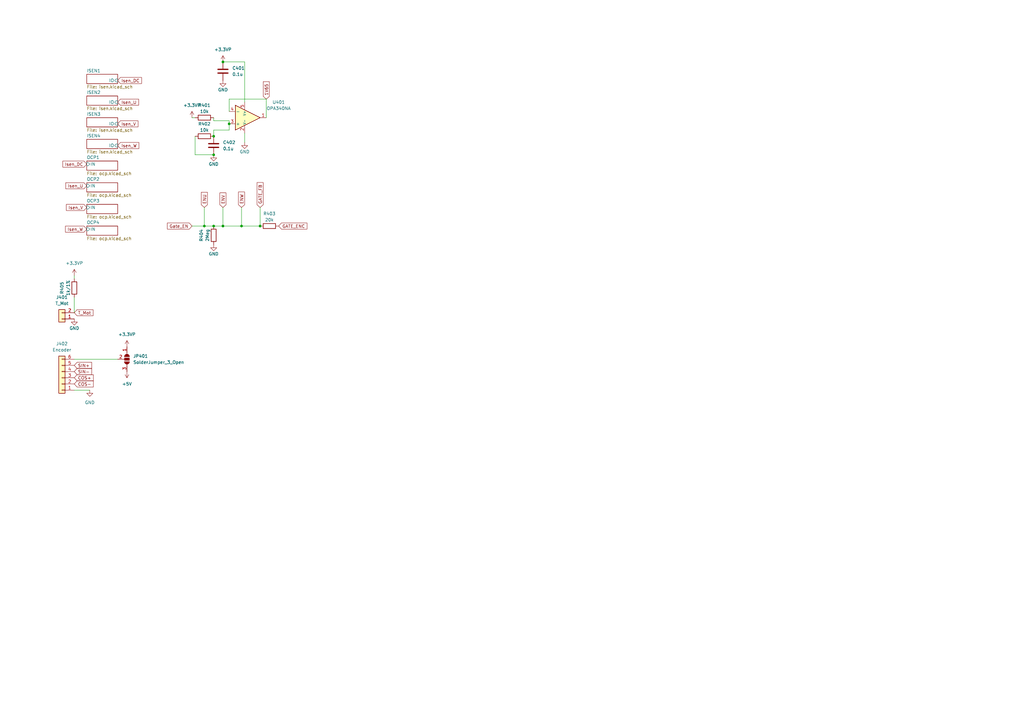
<source format=kicad_sch>
(kicad_sch (version 20231120) (generator "eeschema") (generator_version "8.0")
  (paper "A3")
  (lib_symbols
    (symbol "Connector_Generic:Conn_01x02" (pin_names (offset 1.016) hide)
      (property "Reference" "J" (at 0 2.54 0))
      (property "Value" "Conn_01x02" (at 0 -5.08 0))
      (symbol "Conn_01x02_1_1"
        (rectangle (start -1.27 -2.413) (end 0 -2.667) (stroke (width 0.1524)))
        (rectangle (start -1.27 0.127) (end 0 -0.127) (stroke (width 0.1524)))
        (rectangle (start -1.27 1.27) (end 1.27 -3.81) (stroke (width 0.254)) (fill (type background)))
        (pin passive line (at -5.08 0 0) (length 3.81) (name "Pin_1") (number "1"))
        (pin passive line (at -5.08 -2.54 0) (length 3.81) (name "Pin_2") (number "2"))
      )
    )
    (symbol "Connector_Generic:Conn_01x06" (pin_names (offset 1.016) hide)
      (property "Reference" "J" (at 0 7.62 0))
      (property "Value" "Conn_01x06" (at 0 -10.16 0))
      (symbol "Conn_01x06_1_1"
        (rectangle (start -1.27 -7.493) (end 0 -7.747) (stroke (width 0.1524)))
        (rectangle (start -1.27 -4.953) (end 0 -5.207) (stroke (width 0.1524)))
        (rectangle (start -1.27 -2.413) (end 0 -2.667) (stroke (width 0.1524)))
        (rectangle (start -1.27 0.127) (end 0 -0.127) (stroke (width 0.1524)))
        (rectangle (start -1.27 2.667) (end 0 2.413) (stroke (width 0.1524)))
        (rectangle (start -1.27 5.207) (end 0 4.953) (stroke (width 0.1524)))
        (rectangle (start -1.27 6.35) (end 1.27 -8.89) (stroke (width 0.254)) (fill (type background)))
        (pin passive line (at -5.08 5.08 0) (length 3.81) (name "Pin_1") (number "1"))
        (pin passive line (at -5.08 2.54 0) (length 3.81) (name "Pin_2") (number "2"))
        (pin passive line (at -5.08 0 0) (length 3.81) (name "Pin_3") (number "3"))
        (pin passive line (at -5.08 -2.54 0) (length 3.81) (name "Pin_4") (number "4"))
        (pin passive line (at -5.08 -5.08 0) (length 3.81) (name "Pin_5") (number "5"))
        (pin passive line (at -5.08 -7.62 0) (length 3.81) (name "Pin_6") (number "6"))
      )
    )
    (symbol "Device:C" (pin_numbers hide) (pin_names (offset 0.254))
      (property "Reference" "C" (at 0.635 2.54 0))
      (property "Value" "C" (at 0.635 -2.54 0))
      (symbol "C_0_1"
        (polyline (pts (xy -2.032 -0.762) (xy 2.032 -0.762)) (stroke (width 0.508)))
        (polyline (pts (xy -2.032 0.762) (xy 2.032 0.762)) (stroke (width 0.508)))
      )
      (symbol "C_1_1"
        (pin passive line (at 0 3.81 270) (length 2.794) (name "~") (number "1"))
        (pin passive line (at 0 -3.81 90) (length 2.794) (name "~") (number "2"))
      )
    )
    (symbol "Device:R" (pin_numbers hide) (pin_names (offset 0))
      (property "Reference" "R" (at 2.032 0 90))
      (property "Value" "R" (at 0 0 90))
      (symbol "R_0_1"
        (rectangle (start -1.016 -2.54) (end 1.016 2.54) (stroke (width 0.254)))
      )
      (symbol "R_1_1"
        (pin passive line (at 0 3.81 270) (length 1.27) (name "~") (number "1"))
        (pin passive line (at 0 -3.81 90) (length 1.27) (name "~") (number "2"))
      )
    )
    (symbol "Jumper:SolderJumper_3_Open" (pin_names (offset 0) hide) (exclude_from_sim yes) (in_bom no)
      (property "Reference" "JP" (at -2.54 -2.54 0))
      (property "Value" "SolderJumper_3_Open" (at 0 2.794 0))
      (symbol "SolderJumper_3_Open_0_1"
        (arc (start -1.016 1.016) (mid -2.0276 0) (end -1.016 -1.016))
        (arc (start -1.016 1.016) (mid -2.0276 0) (end -1.016 -1.016) (fill (type outline)))
        (rectangle (start -0.508 1.016) (end 0.508 -1.016) (fill (type outline)))
        (polyline (pts (xy -2.54 0) (xy -2.032 0)))
        (polyline (pts (xy -1.016 1.016) (xy -1.016 -1.016)))
        (polyline (pts (xy 0 -1.27) (xy 0 -1.016)))
        (polyline (pts (xy 1.016 1.016) (xy 1.016 -1.016)))
        (polyline (pts (xy 2.54 0) (xy 2.032 0)))
        (arc (start 1.016 -1.016) (mid 2.0276 0) (end 1.016 1.016))
        (arc (start 1.016 -1.016) (mid 2.0276 0) (end 1.016 1.016) (fill (type outline)))
      )
      (symbol "SolderJumper_3_Open_1_1"
        (pin passive line (at -5.08 0 0) (length 2.54) (name "A") (number "1"))
        (pin passive line (at 0 -3.81 90) (length 2.54) (name "C") (number "2"))
        (pin passive line (at 5.08 0 180) (length 2.54) (name "B") (number "3"))
      )
    )
    (symbol "PCM_Amplifier_Operational_AKL:OPA340NA" (pin_names (offset 0.2))
      (property "Reference" "U" (at 2.54 7.62 0))
      (property "Value" "OPA340NA" (at 2.54 5.08 0))
      (symbol "OPA340NA_0_1"
        (polyline (pts (xy -5.08 5.08) (xy -5.08 -5.08) (xy 5.08 0) (xy -5.08 5.08)) (stroke (width 0.254)) (fill (type background)))
      )
      (symbol "OPA340NA_1_1"
        (pin output line (at 7.62 0 180) (length 2.54) (name "~") (number "1"))
        (pin power_in line (at -1.27 -6.35 90) (length 3.18) (name "V-") (number "2"))
        (pin input line (at -7.62 -2.54 0) (length 2.54) (name "+") (number "3"))
        (pin input line (at -7.62 2.54 0) (length 2.54) (name "-") (number "4"))
        (pin power_in line (at -1.27 6.35 270) (length 3.18) (name "V+") (number "5"))
      )
    )
    (symbol "power:+3.3VP" (power) (pin_names (offset 0))
      (property "Value" "+3.3VP" (at 0 2.54 0))
      (symbol "+3.3VP_0_0"
        (pin power_in line (at 0 0 90) (length 0) hide (name "+3.3VP") (number "1"))
      )
      (symbol "+3.3VP_0_1"
        (polyline (pts (xy -0.762 1.27) (xy 0 2.54)))
        (polyline (pts (xy 0 0) (xy 0 2.54)))
        (polyline (pts (xy 0 2.54) (xy 0.762 1.27)))
      )
    )
    (symbol "power:+5V" (power) (pin_names (offset 0))
      (property "Value" "+5V" (at 0 3.556 0))
      (symbol "+5V_0_1"
        (polyline (pts (xy -0.762 1.27) (xy 0 2.54)))
        (polyline (pts (xy 0 0) (xy 0 2.54)))
        (polyline (pts (xy 0 2.54) (xy 0.762 1.27)))
      )
      (symbol "+5V_1_1"
        (pin power_in line (at 0 0 90) (length 0) hide (name "+5V") (number "1"))
      )
    )
    (symbol "power:GND" (power) (pin_names (offset 0))
      (property "Value" "GND" (at 0 -3.81 0))
      (symbol "GND_0_1"
        (polyline (pts (xy 0 0) (xy 0 -1.27) (xy 1.27 -1.27) (xy 0 -2.54) (xy -1.27 -1.27) (xy 0 -1.27)))
      )
      (symbol "GND_1_1"
        (pin power_in line (at 0 0 270) (length 0) hide (name "GND") (number "1"))
      )
    )
  )
  (junction (at 87.63 92.71))
  (junction (at 106.68 92.71))
  (junction (at 87.63 55.88))
  (junction (at 91.44 92.71))
  (junction (at 83.82 92.71))
  (junction (at 87.63 63.5))
  (junction (at 93.98 50.8))
  (junction (at 99.06 92.71))
  (junction (at 91.44 25.4))
  (wire (pts (xy 30.48 147.32) (xy 48.26 147.32)))
  (wire (pts (xy 78.74 92.71) (xy 83.82 92.71)))
  (wire (pts (xy 93.98 40.64) (xy 109.22 40.64)))
  (wire (pts (xy 30.48 160.02) (xy 36.83 160.02)))
  (wire (pts (xy 30.48 113.03) (xy 30.48 114.3)))
  (wire (pts (xy 100.33 25.4) (xy 100.33 41.91)))
  (wire (pts (xy 87.63 53.34) (xy 87.63 55.88)))
  (wire (pts (xy 93.98 49.53) (xy 93.98 50.8)))
  (wire (pts (xy 91.44 85.09) (xy 91.44 92.71)))
  (wire (pts (xy 91.44 25.4) (xy 100.33 25.4)))
  (wire (pts (xy 99.06 92.71) (xy 106.68 92.71)))
  (wire (pts (xy 78.74 48.26) (xy 80.01 48.26)))
  (wire (pts (xy 87.63 49.53) (xy 93.98 49.53)))
  (wire (pts (xy 80.01 55.88) (xy 80.01 63.5)))
  (wire (pts (xy 93.98 40.64) (xy 93.98 45.72)))
  (wire (pts (xy 87.63 53.34) (xy 93.98 53.34)))
  (wire (pts (xy 83.82 85.09) (xy 83.82 92.71)))
  (wire (pts (xy 87.63 92.71) (xy 91.44 92.71)))
  (wire (pts (xy 99.06 85.09) (xy 99.06 92.71)))
  (wire (pts (xy 93.98 53.34) (xy 93.98 50.8)))
  (wire (pts (xy 91.44 92.71) (xy 99.06 92.71)))
  (wire (pts (xy 30.48 121.92) (xy 30.48 128.27)))
  (wire (pts (xy 83.82 92.71) (xy 87.63 92.71)))
  (wire (pts (xy 109.22 40.64) (xy 109.22 48.26)))
  (wire (pts (xy 80.01 63.5) (xy 87.63 63.5)))
  (wire (pts (xy 100.33 54.61) (xy 100.33 58.42)))
  (wire (pts (xy 106.68 85.09) (xy 106.68 92.71)))
  (wire (pts (xy 87.63 48.26) (xy 87.63 49.53)))
  (global_label "GATE_ENC" (shape input) (at 114.3 92.71 0) (property "Intersheetrefs" "${INTERSHEET_REFS}" (effects (hide yes))))
  (global_label "SIN+" (shape input) (at 30.48 149.86 0) (property "Intersheetrefs" "${INTERSHEET_REFS}" (effects (hide yes))))
  (global_label "SIN-" (shape input) (at 30.48 152.4 0) (property "Intersheetrefs" "${INTERSHEET_REFS}" (effects (hide yes))))
  (global_label "Isen_V" (shape input) (at 48.26 50.8 0) (property "Intersheetrefs" "${INTERSHEET_REFS}" (effects (hide yes))))
  (global_label "COS-" (shape input) (at 30.48 157.48 0) (property "Intersheetrefs" "${INTERSHEET_REFS}" (effects (hide yes))))
  (global_label "Isen_W" (shape input) (at 48.26 59.69 0) (property "Intersheetrefs" "${INTERSHEET_REFS}" (effects (hide yes))))
  (global_label "ENW" (shape input) (at 99.06 85.09 90) (property "Intersheetrefs" "${INTERSHEET_REFS}" (effects (hide yes))))
  (global_label "ENU" (shape input) (at 83.82 85.09 90) (property "Intersheetrefs" "${INTERSHEET_REFS}" (effects (hide yes))))
  (global_label "ENV" (shape input) (at 91.44 85.09 90) (property "Intersheetrefs" "${INTERSHEET_REFS}" (effects (hide yes))))
  (global_label "GATE_FB" (shape input) (at 106.68 85.09 90) (property "Intersheetrefs" "${INTERSHEET_REFS}" (effects (hide yes))))
  (global_label "Isen_U" (shape input) (at 48.26 41.91 0) (property "Intersheetrefs" "${INTERSHEET_REFS}" (effects (hide yes))))
  (global_label "Isen_DC" (shape input) (at 48.26 33.02 0) (property "Intersheetrefs" "${INTERSHEET_REFS}" (effects (hide yes))))
  (global_label "COS+" (shape input) (at 30.48 154.94 0) (property "Intersheetrefs" "${INTERSHEET_REFS}" (effects (hide yes))))
  (global_label "Isen_W" (shape input) (at 35.56 93.98 180) (property "Intersheetrefs" "${INTERSHEET_REFS}" (effects (hide yes))))
  (global_label "T_Mot" (shape input) (at 30.48 128.27 0) (property "Intersheetrefs" "${INTERSHEET_REFS}" (effects (hide yes))))
  (global_label "Isen_DC" (shape input) (at 35.56 67.31 180) (property "Intersheetrefs" "${INTERSHEET_REFS}" (effects (hide yes))))
  (global_label "1V65" (shape input) (at 109.22 40.64 90) (property "Intersheetrefs" "${INTERSHEET_REFS}" (effects (hide yes))))
  (global_label "Isen_U" (shape input) (at 35.56 76.2 180) (property "Intersheetrefs" "${INTERSHEET_REFS}" (effects (hide yes))))
  (global_label "Gate_EN" (shape input) (at 78.74 92.71 180) (property "Intersheetrefs" "${INTERSHEET_REFS}" (effects (hide yes))))
  (global_label "Isen_V" (shape input) (at 35.56 85.09 180) (property "Intersheetrefs" "${INTERSHEET_REFS}" (effects (hide yes))))
  (symbol (lib_id "Device:R") (at 110.49 92.71 90) (unit 1)
    (property "Reference" "R403" (at 110.49 87.63 90))
    (property "Value" "20k" (at 110.49 90.17 90))
    (property "Footprint" "Resistor_SMD:R_0603_1608Metric" (effects (hide yes)))
    (property "Description" "Resistor" (effects (hide yes)))
  )
  (symbol (lib_id "Device:R") (at 87.63 96.52 180) (unit 1)
    (property "Reference" "R404" (at 82.55 96.52 90))
    (property "Value" "2Meg" (at 85.09 96.52 90))
    (property "Footprint" "Resistor_SMD:R_0603_1608Metric" (effects (hide yes)))
    (property "Description" "Resistor" (effects (hide yes)))
  )
  (symbol (lib_id "power:+3.3VP") (at 52.07 142.24 0) (unit 1)
    (property "Reference" "#PWR07" (effects (hide yes)))
    (property "Value" "+3.3VP" (at 52.07 137.16 0))
    (property "Description" "Power symbol creates a global label with name \"+3.3VP\"" (effects (hide yes)))
  )
  (symbol (lib_id "power:GND") (at 87.63 100.33 0) (unit 1)
    (property "Reference" "#PWR0586" (effects (hide yes)))
    (property "Value" "GND" (at 87.63 104.14 0))
    (property "Description" "Power symbol creates a global label with name \"GND\" , ground" (effects (hide yes)))
  )
  (symbol (lib_id "power:GND") (at 36.83 160.02 0) (unit 1)
    (property "Reference" "#PWR0508" (effects (hide yes)))
    (property "Value" "GND" (at 36.83 165.1 0))
    (property "Description" "Power symbol creates a global label with name \"GND\" , ground" (effects (hide yes)))
  )
  (symbol (lib_id "Device:R") (at 30.48 118.11 180) (unit 1)
    (property "Reference" "R405" (at 25.4 118.11 90))
    (property "Value" "1k/1%" (at 27.94 118.11 90))
    (property "Footprint" "Resistor_SMD:R_0603_1608Metric" (effects (hide yes)))
    (property "Description" "Resistor" (effects (hide yes)))
  )
  (symbol (lib_id "PCM_Amplifier_Operational_AKL:OPA340NA") (at 101.6 48.26 0) (unit 1)
    (property "Reference" "U401" (at 114.3 41.91 0))
    (property "Value" "OPA340NA" (at 114.3 44.45 0))
    (property "Footprint" "Package_TO_SOT_SMD:SOT-23-5" (effects (hide yes)))
    (property "Datasheet" "https://www.ti.com/lit/ds/symlink/opa2340.pdf?ts=1635059912826&ref_url=https%253A%252F%252Fwww.google.com%252F" (effects (hide yes)))
    (property "Description" "SOT-23-5 CMOS RRIO Operational Amplifier, 500μV Offset, 2.5μV/°C Drift, 5.5MHz GBW, Alternate KiCAD Library" (effects (hide yes)))
  )
  (symbol (lib_id "Device:C") (at 87.63 59.69 180) (unit 1)
    (property "Reference" "C402" (at 91.44 58.4199 0) (effects (justify right)))
    (property "Value" "0.1u" (at 91.44 60.9599 0) (effects (justify right)))
    (property "Footprint" "Capacitor_SMD:C_0603_1608Metric" (effects (hide yes)))
    (property "Description" "Unpolarized capacitor" (effects (hide yes)))
  )
  (symbol (lib_id "Device:C") (at 91.44 29.21 180) (unit 1)
    (property "Reference" "C401" (at 95.25 27.9399 0) (effects (justify right)))
    (property "Value" "0.1u" (at 95.25 30.4799 0) (effects (justify right)))
    (property "Footprint" "Capacitor_SMD:C_0603_1608Metric" (effects (hide yes)))
    (property "Description" "Unpolarized capacitor" (effects (hide yes)))
  )
  (symbol (lib_id "Device:R") (at 83.82 55.88 90) (unit 1)
    (property "Reference" "R402" (at 83.82 50.8 90))
    (property "Value" "10k" (at 83.82 53.34 90))
    (property "Footprint" "Resistor_SMD:R_0603_1608Metric" (effects (hide yes)))
    (property "Description" "Resistor" (effects (hide yes)))
  )
  (symbol (lib_id "Jumper:SolderJumper_3_Open") (at 52.07 147.32 270) (unit 1) (exclude_from_sim yes) (in_bom no)
    (property "Reference" "JP401" (at 54.61 146.0499 90) (effects (justify left)))
    (property "Value" "SolderJumper_3_Open" (at 54.61 148.5899 90) (effects (justify left)))
    (property "Footprint" "Jumper:SolderJumper-3_P1.3mm_Open_Pad1.0x1.5mm" (effects (hide yes)))
    (property "Description" "Solder Jumper, 3-pole, open" (effects (hide yes)))
  )
  (symbol (lib_id "power:+3.3VP") (at 91.44 25.4 0) (unit 1)
    (property "Reference" "#PWR0535" (effects (hide yes)))
    (property "Value" "+3.3VP" (at 91.44 20.32 0))
    (property "Description" "Power symbol creates a global label with name \"+3.3VP\"" (effects (hide yes)))
  )
  (symbol (lib_id "Connector_Generic:Conn_01x06") (at 25.4 154.94 180) (unit 1)
    (property "Reference" "J402" (at 25.4 140.97 0))
    (property "Value" "Encoder" (at 25.4 143.51 0))
    (property "Footprint" "Connector_JST:JST_XH_B6B-XH-A_1x06_P2.50mm_Vertical" (effects (hide yes)))
    (property "Description" "Generic connector, single row, 01x06, script generated (kicad-library-utils/schlib/autogen/connector/)" (effects (hide yes)))
  )
  (symbol (lib_id "Device:R") (at 83.82 48.26 90) (unit 1)
    (property "Reference" "R401" (at 83.82 43.18 90))
    (property "Value" "10k" (at 83.82 45.72 90))
    (property "Footprint" "Resistor_SMD:R_0603_1608Metric" (effects (hide yes)))
    (property "Description" "Resistor" (effects (hide yes)))
  )
  (symbol (lib_id "power:GND") (at 91.44 33.02 0) (unit 1)
    (property "Reference" "#PWR0536" (effects (hide yes)))
    (property "Value" "GND" (at 91.44 36.83 0))
    (property "Description" "Power symbol creates a global label with name \"GND\" , ground" (effects (hide yes)))
  )
  (symbol (lib_id "Connector_Generic:Conn_01x02") (at 25.4 130.81 180) (unit 1)
    (property "Reference" "J401" (at 25.4 121.92 0))
    (property "Value" "T_Mot" (at 25.4 124.46 0))
    (property "Footprint" "Connector_JST:JST_XH_B2B-XH-A_1x02_P2.50mm_Vertical" (effects (hide yes)))
    (property "Description" "Generic connector, single row, 01x02, script generated (kicad-library-utils/schlib/autogen/connector/)" (effects (hide yes)))
  )
  (symbol (lib_id "power:GND") (at 87.63 63.5 0) (unit 1)
    (property "Reference" "#PWR0534" (effects (hide yes)))
    (property "Value" "GND" (at 87.63 67.31 0))
    (property "Description" "Power symbol creates a global label with name \"GND\" , ground" (effects (hide yes)))
  )
  (symbol (lib_id "power:+3.3VP") (at 78.74 48.26 0) (unit 1)
    (property "Reference" "#PWR0529" (effects (hide yes)))
    (property "Value" "+3.3VP" (at 78.74 43.18 0))
    (property "Description" "Power symbol creates a global label with name \"+3.3VP\"" (effects (hide yes)))
  )
  (symbol (lib_id "power:+5V") (at 52.07 152.4 180) (unit 1)
    (property "Reference" "#PWR0406" (effects (hide yes)))
    (property "Value" "+5V" (at 52.07 157.48 0))
  )
  (symbol (lib_id "power:GND") (at 100.33 58.42 0) (unit 1)
    (property "Reference" "#PWR0539" (effects (hide yes)))
    (property "Value" "GND" (at 100.33 62.23 0))
    (property "Description" "Power symbol creates a global label with name \"GND\" , ground" (effects (hide yes)))
  )
  (symbol (lib_id "power:+3.3VP") (at 30.48 113.03 0) (unit 1)
    (property "Reference" "#PWR0505" (effects (hide yes)))
    (property "Value" "+3.3VP" (at 30.48 107.95 0))
    (property "Description" "Power symbol creates a global label with name \"+3.3VP\"" (effects (hide yes)))
  )
  (symbol (lib_id "power:GND") (at 30.48 130.81 0) (unit 1)
    (property "Reference" "#PWR0506" (effects (hide yes)))
    (property "Value" "GND" (at 30.48 134.62 0))
    (property "Description" "Power symbol creates a global label with name \"GND\" , ground" (effects (hide yes)))
  )
  (sheet (at 35.56 57.15) (size 12.7 3.81) (stroke (width 0.1524))
    (property "Sheetname" "ISEN4" (at 35.56 56.4384 0) (effects (justify left bottom)))
    (property "Sheetfile" "isen.kicad_sch" (at 35.56 61.5446 0) (effects (justify left top)))
    (pin "IO" input (at 48.26 59.69 0))
  )
  (sheet (at 35.56 30.48) (size 12.7 3.81) (stroke (width 0.1524))
    (property "Sheetname" "ISEN1" (at 35.56 29.7684 0) (effects (justify left bottom)))
    (property "Sheetfile" "isen.kicad_sch" (at 35.56 34.8746 0) (effects (justify left top)))
    (pin "IO" input (at 48.26 33.02 0))
  )
  (sheet (at 35.56 92.71) (size 12.7 3.81) (stroke (width 0.1524))
    (property "Sheetname" "OCP4" (at 35.56 91.9984 0) (effects (justify left bottom)))
    (property "Sheetfile" "ocp.kicad_sch" (at 35.56 97.1046 0) (effects (justify left top)))
    (pin "IN" input (at 35.56 93.98 180))
  )
  (sheet (at 35.56 74.93) (size 12.7 3.81) (stroke (width 0.1524))
    (property "Sheetname" "OCP2" (at 35.56 74.2184 0) (effects (justify left bottom)))
    (property "Sheetfile" "ocp.kicad_sch" (at 35.56 79.3246 0) (effects (justify left top)))
    (pin "IN" input (at 35.56 76.2 180))
  )
  (sheet (at 35.56 66.04) (size 12.7 3.81) (stroke (width 0.1524))
    (property "Sheetname" "OCP1" (at 35.56 65.3284 0) (effects (justify left bottom)))
    (property "Sheetfile" "ocp.kicad_sch" (at 35.56 70.4346 0) (effects (justify left top)))
    (pin "IN" input (at 35.56 67.31 180))
  )
  (sheet (at 35.56 39.37) (size 12.7 3.81) (stroke (width 0.1524))
    (property "Sheetname" "ISEN2" (at 35.56 38.6584 0) (effects (justify left bottom)))
    (property "Sheetfile" "isen.kicad_sch" (at 35.56 43.7646 0) (effects (justify left top)))
    (pin "IO" input (at 48.26 41.91 0))
  )
  (sheet (at 35.56 48.26) (size 12.7 3.81) (stroke (width 0.1524))
    (property "Sheetname" "ISEN3" (at 35.56 47.5484 0) (effects (justify left bottom)))
    (property "Sheetfile" "isen.kicad_sch" (at 35.56 52.6546 0) (effects (justify left top)))
    (pin "IO" input (at 48.26 50.8 0))
  )
  (sheet (at 35.56 83.82) (size 12.7 3.81) (stroke (width 0.1524))
    (property "Sheetname" "OCP3" (at 35.56 83.1084 0) (effects (justify left bottom)))
    (property "Sheetfile" "ocp.kicad_sch" (at 35.56 88.2146 0) (effects (justify left top)))
    (pin "IN" input (at 35.56 85.09 180))
  )
)
</source>
